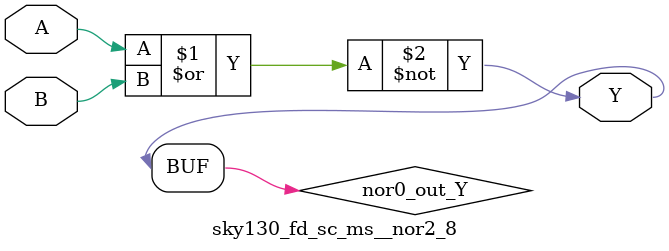
<source format=v>
/*
 * Copyright 2020 The SkyWater PDK Authors
 *
 * Licensed under the Apache License, Version 2.0 (the "License");
 * you may not use this file except in compliance with the License.
 * You may obtain a copy of the License at
 *
 *     https://www.apache.org/licenses/LICENSE-2.0
 *
 * Unless required by applicable law or agreed to in writing, software
 * distributed under the License is distributed on an "AS IS" BASIS,
 * WITHOUT WARRANTIES OR CONDITIONS OF ANY KIND, either express or implied.
 * See the License for the specific language governing permissions and
 * limitations under the License.
 *
 * SPDX-License-Identifier: Apache-2.0
*/


`ifndef SKY130_FD_SC_MS__NOR2_8_FUNCTIONAL_V
`define SKY130_FD_SC_MS__NOR2_8_FUNCTIONAL_V

/**
 * nor2: 2-input NOR.
 *
 * Verilog simulation functional model.
 */

`timescale 1ns / 1ps
`default_nettype none

`celldefine
module sky130_fd_sc_ms__nor2_8 (
    Y,
    A,
    B
);

    // Module ports
    output Y;
    input  A;
    input  B;

    // Local signals
    wire nor0_out_Y;

    //  Name  Output      Other arguments
    nor nor0 (nor0_out_Y, A, B           );
    buf buf0 (Y         , nor0_out_Y     );

endmodule
`endcelldefine

`default_nettype wire
`endif  // SKY130_FD_SC_MS__NOR2_8_FUNCTIONAL_V

</source>
